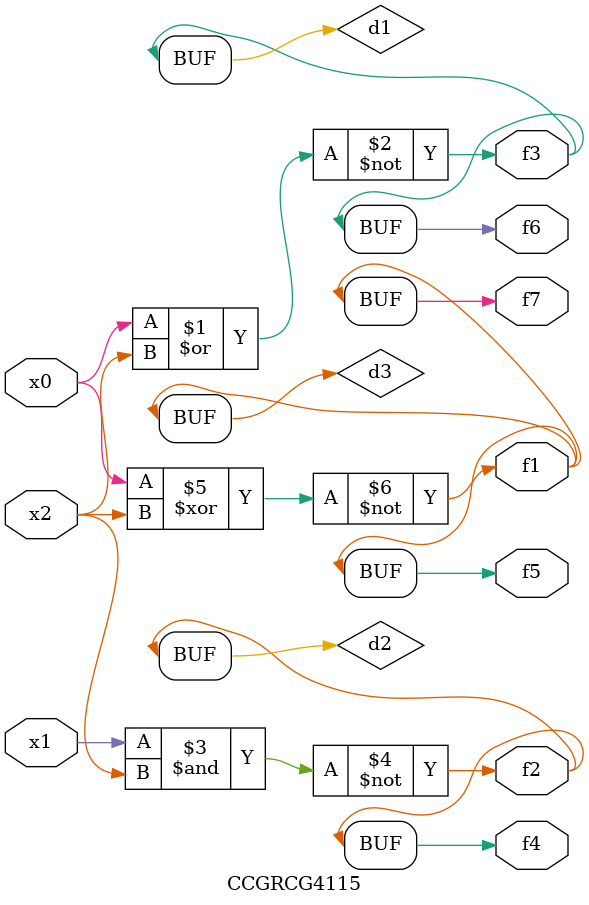
<source format=v>
module CCGRCG4115(
	input x0, x1, x2,
	output f1, f2, f3, f4, f5, f6, f7
);

	wire d1, d2, d3;

	nor (d1, x0, x2);
	nand (d2, x1, x2);
	xnor (d3, x0, x2);
	assign f1 = d3;
	assign f2 = d2;
	assign f3 = d1;
	assign f4 = d2;
	assign f5 = d3;
	assign f6 = d1;
	assign f7 = d3;
endmodule

</source>
